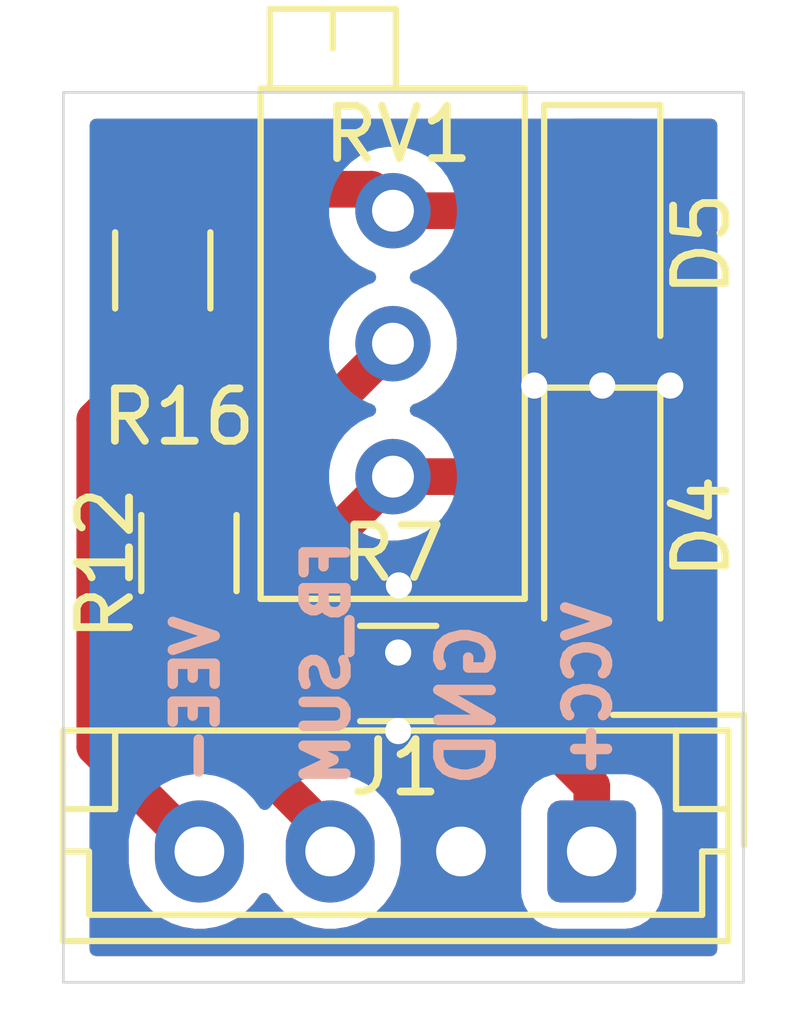
<source format=kicad_pcb>
(kicad_pcb (version 20241229) (generator "pcbnew") (generator_version "9.0")
  (layers (0 "F.Cu" signal) (2 "B.Cu" signal) (13 "F.Paste" user) (15 "B.Paste" user) (5 "F.SilkS" user "F.Silkscreen") (7 "B.SilkS" user "B.Silkscreen") (1 "F.Mask" user) (3 "B.Mask" user) (25 "Edge.Cuts" user))
  (net 0 "")
  (net 1 "Net-(D4-A)")
  (net 2 "GND")
  (net 3 "Net-(D5-K)")
  (net 4 "/VC+")
  (net 5 "Net-(R12-Pad1)")
  (net 6 "/FB_SUM")
  (net 7 "/VE-")
  (footprint "Resistor_SMD:R_1206_3216Metric_Pad1.30x1.75mm_HandSolder" (layer "F.Cu") (at 123.1 97.1 90)
    (property "Reference" "R16" (at -2.8 0.3 180) (layer "F.SilkS"))
    (property "Value" "47K")
    (fp_line (start -0.727064 -0.91) (end 0.727064 -0.91) (stroke (width 0.12)) (layer "F.SilkS"))
    (fp_line (start -0.727064 0.91) (end 0.727064 0.91) (stroke (width 0.12)) (layer "F.SilkS"))
    (pad "1" smd roundrect (at -1.55 0 90) (size 1.3 1.75) (layers "F.Cu" "F.Mask" "F.Paste") (roundrect_rratio 0.192308) (net 7 "/VE-"))
    (pad "2" smd roundrect (at 1.55 0 90) (size 1.3 1.75) (layers "F.Cu" "F.Mask" "F.Paste") (roundrect_rratio 0.192308) (net 3 "Net-(D5-K)"))
  )
  (footprint "Resistor_SMD:R_1206_3216Metric_Pad1.30x1.75mm_HandSolder" (layer "F.Cu") (at 123.6 102.5 -90)
    (property "Reference" "R12" (at 0.2 1.6 90) (layer "F.SilkS"))
    (property "Value" "100K")
    (fp_line (start -0.727064 0.91) (end 0.727064 0.91) (stroke (width 0.12)) (layer "F.SilkS"))
    (fp_line (start -0.727064 -0.91) (end 0.727064 -0.91) (stroke (width 0.12)) (layer "F.SilkS"))
    (pad "1" smd roundrect (at -1.55 0 270) (size 1.3 1.75) (layers "F.Cu" "F.Mask" "F.Paste") (roundrect_rratio 0.192308) (net 5 "Net-(R12-Pad1)"))
    (pad "2" smd roundrect (at 1.55 0 270) (size 1.3 1.75) (layers "F.Cu" "F.Mask" "F.Paste") (roundrect_rratio 0.192308) (net 6 "/FB_SUM"))
  )
  (footprint "Resistor_SMD:R_1206_3216Metric_Pad1.30x1.75mm_HandSolder" (layer "F.Cu") (at 127.6 104.8)
    (property "Reference" "R7" (at -0.1 -2.3 0) (layer "F.SilkS"))
    (property "Value" "47K")
    (fp_line (start -0.727064 -0.91) (end 0.727064 -0.91) (stroke (width 0.12)) (layer "F.SilkS"))
    (fp_line (start -0.727064 0.91) (end 0.727064 0.91) (stroke (width 0.12)) (layer "F.SilkS"))
    (pad "1" smd roundrect (at -1.55 0) (size 1.3 1.75) (layers "F.Cu" "F.Mask" "F.Paste") (roundrect_rratio 0.192308) (net 1 "Net-(D4-A)"))
    (pad "2" smd roundrect (at 1.55 0) (size 1.3 1.75) (layers "F.Cu" "F.Mask" "F.Paste") (roundrect_rratio 0.192308) (net 4 "/VC+"))
  )
  (footprint "Diode_SMD:D_MiniMELF" (layer "F.Cu") (at 131.5 102 -90)
    (property "Reference" "D4" (at 0 -1.9 90) (layer "F.SilkS"))
    (property "Value" "LL4148")
    (fp_line (start -2.66 1.11) (end 1.75 1.11) (stroke (width 0.12)) (layer "F.SilkS"))
    (fp_line (start -2.66 -1.11) (end -2.66 1.11) (stroke (width 0.12)) (layer "F.SilkS"))
    (fp_line (start 1.75 -1.11) (end -2.66 -1.11) (stroke (width 0.12)) (layer "F.SilkS"))
    (pad "1" smd roundrect (at -1.75 0 270) (size 1.3 1.7) (layers "F.Cu" "F.Mask" "F.Paste") (roundrect_rratio 0.1923076923) (net 2 "GND"))
    (pad "2" smd roundrect (at 1.75 0 270) (size 1.3 1.7) (layers "F.Cu" "F.Mask" "F.Paste") (roundrect_rratio 0.1923076923) (net 1 "Net-(D4-A)"))
  )
  (footprint "Potentiometer_THT:Potentiometer_Bourns_3296X_Horizontal" (layer "F.Cu") (at 127.5 101.04 -90)
    (property "Reference" "RV1" (at -6.54 -0.1 180) (layer "F.SilkS"))
    (property "Value" "5K")
    (fp_line (start -7.415 2.53) (end -7.415 -2.52) (stroke (width 0.12)) (layer "F.SilkS"))
    (fp_line (start 2.335 2.53) (end -7.415 2.53) (stroke (width 0.12)) (layer "F.SilkS"))
    (fp_line (start -8.935 2.355) (end -8.935 -0.055) (stroke (width 0.12)) (layer "F.SilkS"))
    (fp_line (start -7.415 2.355) (end -8.935 2.355) (stroke (width 0.12)) (layer "F.SilkS"))
    (fp_line (start -8.935 1.15) (end -8.175 1.15) (stroke (width 0.12)) (layer "F.SilkS"))
    (fp_line (start -8.935 -0.055) (end -7.415 -0.055) (stroke (width 0.12)) (layer "F.SilkS"))
    (fp_line (start -7.415 -0.055) (end -7.415 2.355) (stroke (width 0.12)) (layer "F.SilkS"))
    (fp_line (start -7.415 -2.52) (end 2.335 -2.52) (stroke (width 0.12)) (layer "F.SilkS"))
    (fp_line (start 2.335 -2.52) (end 2.335 2.53) (stroke (width 0.12)) (layer "F.SilkS"))
    (pad "1" thru_hole circle (at 0 0 270) (size 1.44 1.44) (drill 0.8) (layers "*.Cu" "*.Mask") (net 1 "Net-(D4-A)"))
    (pad "2" thru_hole circle (at -2.54 0 270) (size 1.44 1.44) (drill 0.8) (layers "*.Cu" "*.Mask") (net 5 "Net-(R12-Pad1)"))
    (pad "3" thru_hole circle (at -5.08 0 270) (size 1.44 1.44) (drill 0.8) (layers "*.Cu" "*.Mask") (net 3 "Net-(D5-K)"))
  )
  (footprint "Connector_JST:JST_EH_B4B-EH-A_1x04_P2.50mm_Vertical" (layer "F.Cu") (at 131.3 108.2 180)
    (property "Reference" "J1" (at 3.75 1.6 0) (layer "F.SilkS"))
    (property "Value" "Conn_01x04")
    (fp_line (start 10.11 2.31) (end 10.11 -1.71) (stroke (width 0.12)) (layer "F.SilkS"))
    (fp_line (start 10.11 0.81) (end 9.11 0.81) (stroke (width 0.12)) (layer "F.SilkS"))
    (fp_line (start 10.11 -1.71) (end -2.61 -1.71) (stroke (width 0.12)) (layer "F.SilkS"))
    (fp_line (start 9.61 0) (end 10.11 0) (stroke (width 0.12)) (layer "F.SilkS"))
    (fp_line (start 9.61 -1.21) (end 9.61 0) (stroke (width 0.12)) (layer "F.SilkS"))
    (fp_line (start 9.11 0.81) (end 9.11 2.31) (stroke (width 0.12)) (layer "F.SilkS"))
    (fp_line (start -1.61 0.81) (end -1.61 2.31) (stroke (width 0.12)) (layer "F.SilkS"))
    (fp_line (start -2.11 0) (end -2.11 -1.21) (stroke (width 0.12)) (layer "F.SilkS"))
    (fp_line (start -2.11 -1.21) (end 9.61 -1.21) (stroke (width 0.12)) (layer "F.SilkS"))
    (fp_line (start -2.61 2.31) (end 10.11 2.31) (stroke (width 0.12)) (layer "F.SilkS"))
    (fp_line (start -2.61 0.81) (end -1.61 0.81) (stroke (width 0.12)) (layer "F.SilkS"))
    (fp_line (start -2.61 0) (end -2.11 0) (stroke (width 0.12)) (layer "F.SilkS"))
    (fp_line (start -2.61 -1.71) (end -2.61 2.31) (stroke (width 0.12)) (layer "F.SilkS"))
    (fp_line (start -2.91 2.61) (end -0.41 2.61) (stroke (width 0.12)) (layer "F.SilkS"))
    (fp_line (start -2.91 0.11) (end -2.91 2.61) (stroke (width 0.12)) (layer "F.SilkS"))
    (pad "1" thru_hole roundrect (at 0 0 180) (size 1.7 1.95) (drill 0.95) (layers "*.Cu" "*.Mask") (roundrect_rratio 0.147059) (net 4 "/VC+"))
    (pad "2" thru_hole oval (at 2.5 0 180) (size 1.7 1.95) (drill 0.95) (layers "*.Cu" "*.Mask") (net 2 "GND"))
    (pad "3" thru_hole oval (at 5 0 180) (size 1.7 1.95) (drill 0.95) (layers "*.Cu" "*.Mask") (net 6 "/FB_SUM"))
    (pad "4" thru_hole oval (at 7.5 0 180) (size 1.7 1.95) (drill 0.95) (layers "*.Cu" "*.Mask") (net 7 "/VE-"))
  )
  (footprint "Diode_SMD:D_MiniMELF" (layer "F.Cu") (at 131.5 96.6 -90)
    (property "Reference" "D5" (at 0 -1.9 90) (layer "F.SilkS"))
    (property "Value" "LL4148")
    (fp_line (start -2.66 1.11) (end 1.75 1.11) (stroke (width 0.12)) (layer "F.SilkS"))
    (fp_line (start -2.66 -1.11) (end -2.66 1.11) (stroke (width 0.12)) (layer "F.SilkS"))
    (fp_line (start 1.75 -1.11) (end -2.66 -1.11) (stroke (width 0.12)) (layer "F.SilkS"))
    (pad "1" smd roundrect (at -1.75 0 270) (size 1.3 1.7) (layers "F.Cu" "F.Mask" "F.Paste") (roundrect_rratio 0.1923076923) (net 3 "Net-(D5-K)"))
    (pad "2" smd roundrect (at 1.75 0 270) (size 1.3 1.7) (layers "F.Cu" "F.Mask" "F.Paste") (roundrect_rratio 0.1923076923) (net 2 "GND"))
  )
  (gr_rect (start 121.2 93.7) (end 134.2 110.7) (stroke (width 0.05)) (fill no) (layer "Edge.Cuts"))
  (gr_text "VCC+" (at 131.7 105.1 90) (layer "B.SilkS") (effects (font (size 0.8 0.8) (thickness 0.2) (bold yes)) (justify bottom mirror)))
  (gr_text "FB_SUM" (at 126.7 104.6 90) (layer "B.SilkS") (effects (font (size 0.8 0.8) (thickness 0.2) (bold yes)) (justify bottom mirror)))
  (gr_text "GND" (at 129.5 105.4 90) (layer "B.SilkS") (effects (font (size 1 1) (thickness 0.2) (bold yes)) (justify bottom mirror)))
  (gr_text "VEE-" (at 124.2 105.3 90) (layer "B.SilkS") (effects (font (size 0.8 0.8) (thickness 0.2) (bold yes)) (justify bottom mirror)))
  (segment (start 126.05 102.49) (end 127.5 101.04) (width 0.7) (layer "F.Cu") (net 1))
  (segment (start 127.5 101.04) (end 128.79 101.04) (width 0.7) (layer "F.Cu") (net 1))
  (segment (start 128.79 101.04) (end 131.5 103.75) (width 0.7) (layer "F.Cu") (net 1))
  (segment (start 126.05 104.8) (end 126.05 102.49) (width 0.7) (layer "F.Cu") (net 1))
  (via (at 131.5 99.3) (size 1) (drill 0.5) (layers "F.Cu" "B.Cu") (net 2))
  (via (at 127.614058 103.117525) (size 1) (drill 0.5) (layers "F.Cu" "B.Cu") (net 2))
  (via (at 132.8 99.3) (size 1) (drill 0.5) (layers "F.Cu" "B.Cu") (net 2))
  (via (at 130.2 99.3) (size 1) (drill 0.5) (layers "F.Cu" "B.Cu") (net 2))
  (via (at 127.6 104.4) (size 1) (drill 0.5) (layers "F.Cu" "B.Cu") (net 2))
  (via (at 127.6 105.9) (size 1) (drill 0.5) (layers "F.Cu" "B.Cu") (net 2))
  (segment (start 127.09 95.55) (end 127.5 95.96) (width 0.7) (layer "F.Cu") (net 3))
  (segment (start 130.39 95.96) (end 131.5 94.85) (width 0.7) (layer "F.Cu") (net 3))
  (segment (start 123.1 95.55) (end 127.09 95.55) (width 0.7) (layer "F.Cu") (net 3))
  (segment (start 127.5 95.96) (end 130.39 95.96) (width 0.7) (layer "F.Cu") (net 3))
  (segment (start 131.3 108.2) (end 131.3 106.95) (width 0.7) (layer "F.Cu") (net 4))
  (segment (start 131.3 106.95) (end 129.15 104.8) (width 0.7) (layer "F.Cu") (net 4))
  (segment (start 125.05 100.95) (end 127.5 98.5) (width 0.7) (layer "F.Cu") (net 5))
  (segment (start 123.6 100.95) (end 125.05 100.95) (width 0.7) (layer "F.Cu") (net 5))
  (segment (start 126.3 107.9) (end 126.3 108.2) (width 0.7) (layer "F.Cu") (net 6))
  (segment (start 123.6 104.05) (end 123.6 105.2) (width 0.7) (layer "F.Cu") (net 6))
  (segment (start 123.6 105.2) (end 126.3 107.9) (width 0.7) (layer "F.Cu") (net 6))
  (segment (start 121.8 99.95) (end 123.1 98.65) (width 0.7) (layer "F.Cu") (net 7))
  (segment (start 123.8 108.2) (end 121.8 106.2) (width 0.7) (layer "F.Cu") (net 7))
  (segment (start 121.8 106.2) (end 121.8 99.95) (width 0.7) (layer "F.Cu") (net 7))
  (zone (net 2) (net_name "GND") (layers "F.Cu" "B.Cu") (connect_pads yes (clearance 0.5)) (min_thickness 0.25) (fill yes (thermal_gap 0.5) (thermal_bridge_width 0.5))
    (polygon (pts (xy 120.098812 93) (xy 135.221964 93) (xy 135.115028 111.5) (xy 119.988873 111.5)))
  )
)
</source>
